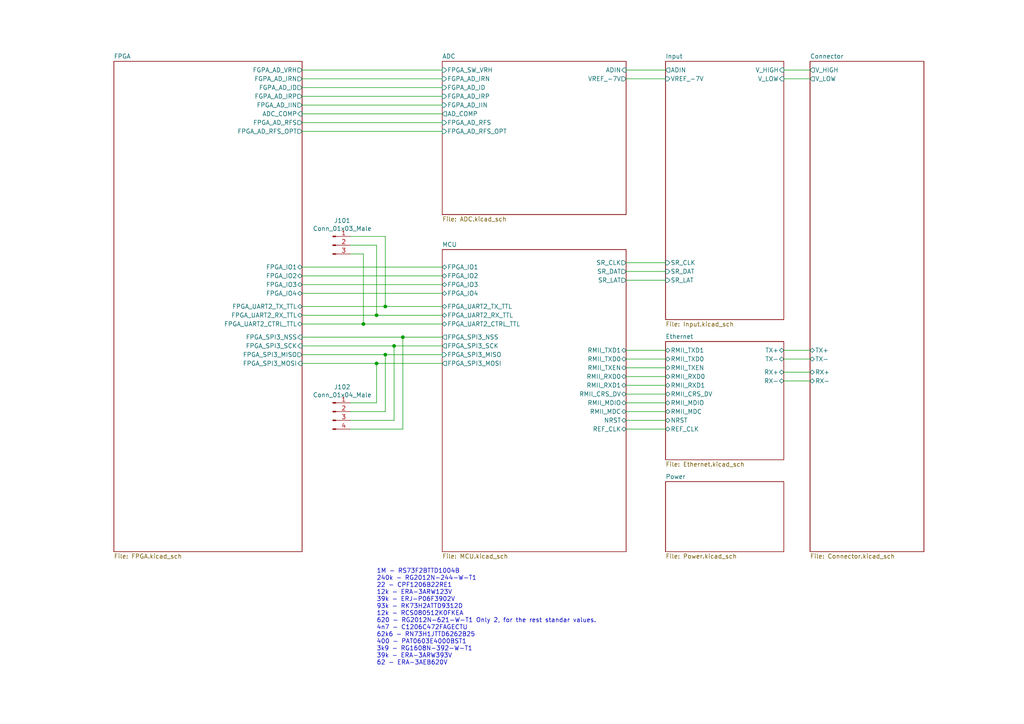
<source format=kicad_sch>
(kicad_sch (version 20231120) (generator "eeschema") (generator_version "8.0")
  (paper "A4")
  (lib_symbols
    (symbol "ADC_Test-rescue:Conn_01x03_Male-Connector" (pin_names (offset 1.016) hide)
      (property "Reference" "J" (at 0 5.08 0))
      (property "Value" "Connector_Conn_01x03_Male" (at 0 -5.08 0))
      (symbol "Conn_01x03_Male-Connector_1_1"
        (polyline (pts (xy 1.27 -2.54) (xy 0.8636 -2.54)) (stroke (width 0.1524)))
        (polyline (pts (xy 1.27 0) (xy 0.8636 0)) (stroke (width 0.1524)))
        (polyline (pts (xy 1.27 2.54) (xy 0.8636 2.54)) (stroke (width 0.1524)))
        (rectangle (start 0.8636 -2.413) (end 0 -2.667) (stroke (width 0.1524)) (fill (type outline)))
        (rectangle (start 0.8636 0.127) (end 0 -0.127) (stroke (width 0.1524)) (fill (type outline)))
        (rectangle (start 0.8636 2.667) (end 0 2.413) (stroke (width 0.1524)) (fill (type outline)))
        (pin passive line (at 5.08 2.54 180) (length 3.81) (name "Pin_1") (number "1"))
        (pin passive line (at 5.08 0 180) (length 3.81) (name "Pin_2") (number "2"))
        (pin passive line (at 5.08 -2.54 180) (length 3.81) (name "Pin_3") (number "3"))
      )
    )
    (symbol "ADC_Test-rescue:Conn_01x04_Male-Connector" (pin_names (offset 1.016) hide)
      (property "Reference" "J" (at 0 5.08 0))
      (property "Value" "Connector_Conn_01x04_Male" (at 0 -7.62 0))
      (symbol "Conn_01x04_Male-Connector_1_1"
        (polyline (pts (xy 1.27 -5.08) (xy 0.8636 -5.08)) (stroke (width 0.1524)))
        (polyline (pts (xy 1.27 -2.54) (xy 0.8636 -2.54)) (stroke (width 0.1524)))
        (polyline (pts (xy 1.27 0) (xy 0.8636 0)) (stroke (width 0.1524)))
        (polyline (pts (xy 1.27 2.54) (xy 0.8636 2.54)) (stroke (width 0.1524)))
        (rectangle (start 0.8636 -4.953) (end 0 -5.207) (stroke (width 0.1524)) (fill (type outline)))
        (rectangle (start 0.8636 -2.413) (end 0 -2.667) (stroke (width 0.1524)) (fill (type outline)))
        (rectangle (start 0.8636 0.127) (end 0 -0.127) (stroke (width 0.1524)) (fill (type outline)))
        (rectangle (start 0.8636 2.667) (end 0 2.413) (stroke (width 0.1524)) (fill (type outline)))
        (pin passive line (at 5.08 2.54 180) (length 3.81) (name "Pin_1") (number "1"))
        (pin passive line (at 5.08 0 180) (length 3.81) (name "Pin_2") (number "2"))
        (pin passive line (at 5.08 -2.54 180) (length 3.81) (name "Pin_3") (number "3"))
        (pin passive line (at 5.08 -5.08 180) (length 3.81) (name "Pin_4") (number "4"))
      )
    )
  )
  (junction (at 111.76 88.9))
  (junction (at 109.22 91.44))
  (junction (at 111.76 102.87))
  (junction (at 109.22 105.41))
  (junction (at 116.84 97.79))
  (junction (at 114.3 100.33))
  (junction (at 105.41 93.98))
  (wire (pts (xy 105.41 93.98) (xy 128.27 93.98)))
  (wire (pts (xy 181.61 101.6) (xy 193.04 101.6)))
  (wire (pts (xy 109.22 71.12) (xy 101.6 71.12)))
  (wire (pts (xy 87.63 102.87) (xy 111.76 102.87)))
  (wire (pts (xy 193.04 109.22) (xy 181.61 109.22)))
  (wire (pts (xy 87.63 27.94) (xy 128.27 27.94)))
  (wire (pts (xy 227.33 22.86) (xy 234.95 22.86)))
  (wire (pts (xy 234.95 110.49) (xy 227.33 110.49)))
  (wire (pts (xy 227.33 101.6) (xy 234.95 101.6)))
  (wire (pts (xy 193.04 20.32) (xy 181.61 20.32)))
  (wire (pts (xy 116.84 97.79) (xy 116.84 124.46)))
  (wire (pts (xy 181.61 116.84) (xy 193.04 116.84)))
  (wire (pts (xy 87.63 93.98) (xy 105.41 93.98)))
  (wire (pts (xy 114.3 100.33) (xy 114.3 121.92)))
  (wire (pts (xy 128.27 22.86) (xy 87.63 22.86)))
  (wire (pts (xy 87.63 35.56) (xy 128.27 35.56)))
  (wire (pts (xy 109.22 71.12) (xy 109.22 91.44)))
  (wire (pts (xy 87.63 82.55) (xy 128.27 82.55)))
  (wire (pts (xy 234.95 20.32) (xy 227.33 20.32)))
  (wire (pts (xy 111.76 68.58) (xy 101.6 68.58)))
  (wire (pts (xy 87.63 20.32) (xy 128.27 20.32)))
  (wire (pts (xy 109.22 105.41) (xy 109.22 116.84)))
  (wire (pts (xy 111.76 88.9) (xy 128.27 88.9)))
  (wire (pts (xy 116.84 124.46) (xy 101.6 124.46)))
  (wire (pts (xy 181.61 106.68) (xy 193.04 106.68)))
  (wire (pts (xy 87.63 105.41) (xy 109.22 105.41)))
  (wire (pts (xy 181.61 76.2) (xy 193.04 76.2)))
  (wire (pts (xy 193.04 78.74) (xy 181.61 78.74)))
  (wire (pts (xy 128.27 38.1) (xy 87.63 38.1)))
  (wire (pts (xy 87.63 30.48) (xy 128.27 30.48)))
  (wire (pts (xy 111.76 68.58) (xy 111.76 88.9)))
  (wire (pts (xy 109.22 105.41) (xy 128.27 105.41)))
  (wire (pts (xy 111.76 119.38) (xy 101.6 119.38)))
  (wire (pts (xy 87.63 100.33) (xy 114.3 100.33)))
  (wire (pts (xy 111.76 102.87) (xy 128.27 102.87)))
  (wire (pts (xy 111.76 102.87) (xy 111.76 119.38)))
  (wire (pts (xy 105.41 93.98) (xy 105.41 73.66)))
  (wire (pts (xy 181.61 81.28) (xy 193.04 81.28)))
  (wire (pts (xy 87.63 91.44) (xy 109.22 91.44)))
  (wire (pts (xy 87.63 33.02) (xy 128.27 33.02)))
  (wire (pts (xy 105.41 73.66) (xy 101.6 73.66)))
  (wire (pts (xy 116.84 97.79) (xy 128.27 97.79)))
  (wire (pts (xy 114.3 121.92) (xy 101.6 121.92)))
  (wire (pts (xy 193.04 114.3) (xy 181.61 114.3)))
  (wire (pts (xy 193.04 124.46) (xy 181.61 124.46)))
  (wire (pts (xy 87.63 97.79) (xy 116.84 97.79)))
  (wire (pts (xy 181.61 111.76) (xy 193.04 111.76)))
  (wire (pts (xy 87.63 80.01) (xy 128.27 80.01)))
  (wire (pts (xy 87.63 85.09) (xy 128.27 85.09)))
  (wire (pts (xy 109.22 116.84) (xy 101.6 116.84)))
  (wire (pts (xy 109.22 91.44) (xy 128.27 91.44)))
  (wire (pts (xy 234.95 104.14) (xy 227.33 104.14)))
  (wire (pts (xy 87.63 88.9) (xy 111.76 88.9)))
  (wire (pts (xy 193.04 104.14) (xy 181.61 104.14)))
  (wire (pts (xy 181.61 22.86) (xy 193.04 22.86)))
  (wire (pts (xy 227.33 107.95) (xy 234.95 107.95)))
  (wire (pts (xy 181.61 121.92) (xy 193.04 121.92)))
  (wire (pts (xy 181.61 119.38) (xy 193.04 119.38)))
  (wire (pts (xy 87.63 77.47) (xy 128.27 77.47)))
  (wire (pts (xy 114.3 100.33) (xy 128.27 100.33)))
  (wire (pts (xy 87.63 25.4) (xy 128.27 25.4)))
  (text "1M - RS73F2BTTD1004B\n240k - RG2012N-244-W-T1\n22 - CPF1206B22RE1\n12k - ERA-3ARW123V\n39k - ERJ-P06F3902V\n93k - RK73H2ATTD9312D\n12k - RCS080512K0FKEA\n620 - RG2012N-621-W-T1 Only 2, for the rest standar values. \n4n7 - C1206C472FAGECTU\n62k6 - RN73H1JTTD6262B25\n400 - PAT0603E4000BST1\n3k9 - RG1608N-392-W-T1\n39k - ERA-3ARW393V\n62 - ERA-3AEB620V" (at 109.22 193.04 0) (effects (font (size 1.27 1.27)) (justify left bottom)))
  (symbol (lib_id "ADC_Test-rescue:Conn_01x04_Male-Connector") (at 96.52 119.38 0) (unit 1)
    (property "Reference" "J102" (at 99.2632 112.2426 0))
    (property "Value" "Conn_01x04_Male" (at 99.2632 114.554 0))
    (property "Footprint" "Connector_PinHeader_2.54mm:PinHeader_1x04_P2.54mm_Vertical" (effects (hide yes)))
  )
  (symbol (lib_id "ADC_Test-rescue:Conn_01x03_Male-Connector") (at 96.52 71.12 0) (unit 1)
    (property "Reference" "J101" (at 99.2632 63.9826 0))
    (property "Value" "Conn_01x03_Male" (at 99.2632 66.294 0))
    (property "Footprint" "Connector_PinHeader_2.54mm:PinHeader_1x03_P2.54mm_Vertical" (effects (hide yes)))
  )
  (sheet (at 128.27 72.39) (size 53.34 87.63)
    (property "Sheetname" "MCU" (at 128.27 71.6784 0) (effects (justify left bottom)))
    (property "Sheetfile" "MCU.kicad_sch" (at 128.27 160.6046 0) (effects (justify left top)))
    (pin "RMII_TXD1" bidirectional (at 181.61 101.6 0))
    (pin "RMII_TXD0" bidirectional (at 181.61 104.14 0))
    (pin "RMII_TXEN" bidirectional (at 181.61 106.68 0))
    (pin "RMII_RXD0" bidirectional (at 181.61 109.22 0))
    (pin "RMII_RXD1" bidirectional (at 181.61 111.76 0))
    (pin "RMII_CRS_DV" bidirectional (at 181.61 114.3 0))
    (pin "RMII_MDIO" bidirectional (at 181.61 116.84 0))
    (pin "RMII_MDC" bidirectional (at 181.61 119.38 0))
    (pin "REF_CLK" bidirectional (at 181.61 124.46 0))
    (pin "NRST" bidirectional (at 181.61 121.92 0))
    (pin "FPGA_IO1" bidirectional (at 128.27 77.47 180))
    (pin "FPGA_IO2" bidirectional (at 128.27 80.01 180))
    (pin "FPGA_UART2_RX_TTL" bidirectional (at 128.27 91.44 180))
    (pin "FPGA_UART2_TX_TTL" bidirectional (at 128.27 88.9 180))
    (pin "FPGA_SPI3_NSS" output (at 128.27 97.79 180))
    (pin "FPGA_SPI3_MISO" input (at 128.27 102.87 180))
    (pin "FPGA_SPI3_MOSI" output (at 128.27 105.41 180))
    (pin "FPGA_SPI3_SCK" output (at 128.27 100.33 180))
    (pin "FPGA_UART2_CTRL_TTL" bidirectional (at 128.27 93.98 180))
    (pin "SR_CLK" output (at 181.61 76.2 0))
    (pin "SR_DAT" output (at 181.61 78.74 0))
    (pin "SR_LAT" output (at 181.61 81.28 0))
    (pin "FPGA_IO3" bidirectional (at 128.27 82.55 180))
    (pin "FPGA_IO4" bidirectional (at 128.27 85.09 180))
  )
  (sheet (at 193.04 139.7) (size 34.29 20.32)
    (property "Sheetname" "Power" (at 193.04 138.9884 0) (effects (justify left bottom)))
    (property "Sheetfile" "Power.kicad_sch" (at 193.04 160.6046 0) (effects (justify left top)))
  )
  (sheet (at 128.27 17.78) (size 53.34 44.45)
    (property "Sheetname" "ADC" (at 128.27 17.0684 0) (effects (justify left bottom)))
    (property "Sheetfile" "ADC.kicad_sch" (at 128.27 62.8146 0) (effects (justify left top)))
    (pin "FGPA_AD_IRN" input (at 128.27 22.86 180))
    (pin "FGPA_AD_ID" input (at 128.27 25.4 180))
    (pin "FGPA_AD_IRP" input (at 128.27 27.94 180))
    (pin "FGPA_AD_IIN" input (at 128.27 30.48 180))
    (pin "ADIN" input (at 181.61 20.32 0))
    (pin "AD_COMP" output (at 128.27 33.02 180))
    (pin "FPGA_AD_RFS" input (at 128.27 35.56 180))
    (pin "FPGA_SW_VRH" input (at 128.27 20.32 180))
    (pin "VREF_-7V" output (at 181.61 22.86 0))
    (pin "FPGA_AD_RFS_OPT" input (at 128.27 38.1 180))
  )
  (sheet (at 33.02 17.78) (size 54.61 142.24)
    (property "Sheetname" "FPGA" (at 33.02 17.0684 0) (effects (justify left bottom)))
    (property "Sheetfile" "FPGA.kicad_sch" (at 33.02 160.6046 0) (effects (justify left top)))
    (pin "ADC_COMP" input (at 87.63 33.02 0))
    (pin "FPGA_IO1" bidirectional (at 87.63 77.47 0))
    (pin "FPGA_IO2" bidirectional (at 87.63 80.01 0))
    (pin "FPGA_UART2_TX_TTL" bidirectional (at 87.63 88.9 0))
    (pin "FPGA_UART2_RX_TTL" bidirectional (at 87.63 91.44 0))
    (pin "FPGA_UART2_CTRL_TTL" bidirectional (at 87.63 93.98 0))
    (pin "FPGA_SPI3_NSS" input (at 87.63 97.79 0))
    (pin "FPGA_SPI3_SCK" input (at 87.63 100.33 0))
    (pin "FPGA_SPI3_MISO" output (at 87.63 102.87 0))
    (pin "FPGA_SPI3_MOSI" input (at 87.63 105.41 0))
    (pin "FGPA_AD_ID" output (at 87.63 25.4 0))
    (pin "FGPA_AD_VRH" output (at 87.63 20.32 0))
    (pin "FGPA_AD_IRN" output (at 87.63 22.86 0))
    (pin "FGPA_AD_IRP" output (at 87.63 27.94 0))
    (pin "FPGA_AD_IIN" output (at 87.63 30.48 0))
    (pin "FPGA_AD_RFS" output (at 87.63 35.56 0))
    (pin "FPGA_AD_RFS_OPT" output (at 87.63 38.1 0))
    (pin "FPGA_IO3" bidirectional (at 87.63 82.55 0))
    (pin "FPGA_IO4" bidirectional (at 87.63 85.09 0))
  )
  (sheet (at 193.04 17.78) (size 34.29 74.93)
    (property "Sheetname" "Input" (at 193.04 17.0684 0) (effects (justify left bottom)))
    (property "Sheetfile" "Input.kicad_sch" (at 193.04 93.2946 0) (effects (justify left top)))
    (pin "V_HIGH" input (at 227.33 20.32 0))
    (pin "V_LOW" input (at 227.33 22.86 0))
    (pin "ADIN" output (at 193.04 20.32 180))
    (pin "VREF_-7V" input (at 193.04 22.86 180))
    (pin "SR_CLK" input (at 193.04 76.2 180))
    (pin "SR_DAT" input (at 193.04 78.74 180))
    (pin "SR_LAT" input (at 193.04 81.28 180))
  )
  (sheet (at 234.95 17.78) (size 33.02 142.24)
    (property "Sheetname" "Connector" (at 234.95 17.0684 0) (effects (justify left bottom)))
    (property "Sheetfile" "Connector.kicad_sch" (at 234.95 160.6046 0) (effects (justify left top)))
    (pin "TX-" bidirectional (at 234.95 104.14 180))
    (pin "RX-" bidirectional (at 234.95 110.49 180))
    (pin "TX+" bidirectional (at 234.95 101.6 180))
    (pin "RX+" bidirectional (at 234.95 107.95 180))
    (pin "V_HIGH" output (at 234.95 20.32 180))
    (pin "V_LOW" output (at 234.95 22.86 180))
  )
  (sheet (at 193.04 99.06) (size 34.29 34.29)
    (property "Sheetname" "Ethernet" (at 193.04 98.3484 0) (effects (justify left bottom)))
    (property "Sheetfile" "Ethernet.kicad_sch" (at 193.04 133.9346 0) (effects (justify left top)))
    (pin "TX+" bidirectional (at 227.33 101.6 0))
    (pin "TX-" bidirectional (at 227.33 104.14 0))
    (pin "RX+" bidirectional (at 227.33 107.95 0))
    (pin "RX-" bidirectional (at 227.33 110.49 0))
    (pin "RMII_TXD1" bidirectional (at 193.04 101.6 180))
    (pin "RMII_TXD0" bidirectional (at 193.04 104.14 180))
    (pin "RMII_TXEN" bidirectional (at 193.04 106.68 180))
    (pin "RMII_RXD0" bidirectional (at 193.04 109.22 180))
    (pin "RMII_RXD1" bidirectional (at 193.04 111.76 180))
    (pin "RMII_CRS_DV" bidirectional (at 193.04 114.3 180))
    (pin "RMII_MDIO" bidirectional (at 193.04 116.84 180))
    (pin "RMII_MDC" bidirectional (at 193.04 119.38 180))
    (pin "NRST" bidirectional (at 193.04 121.92 180))
    (pin "REF_CLK" bidirectional (at 193.04 124.46 180))
  )
)
</source>
